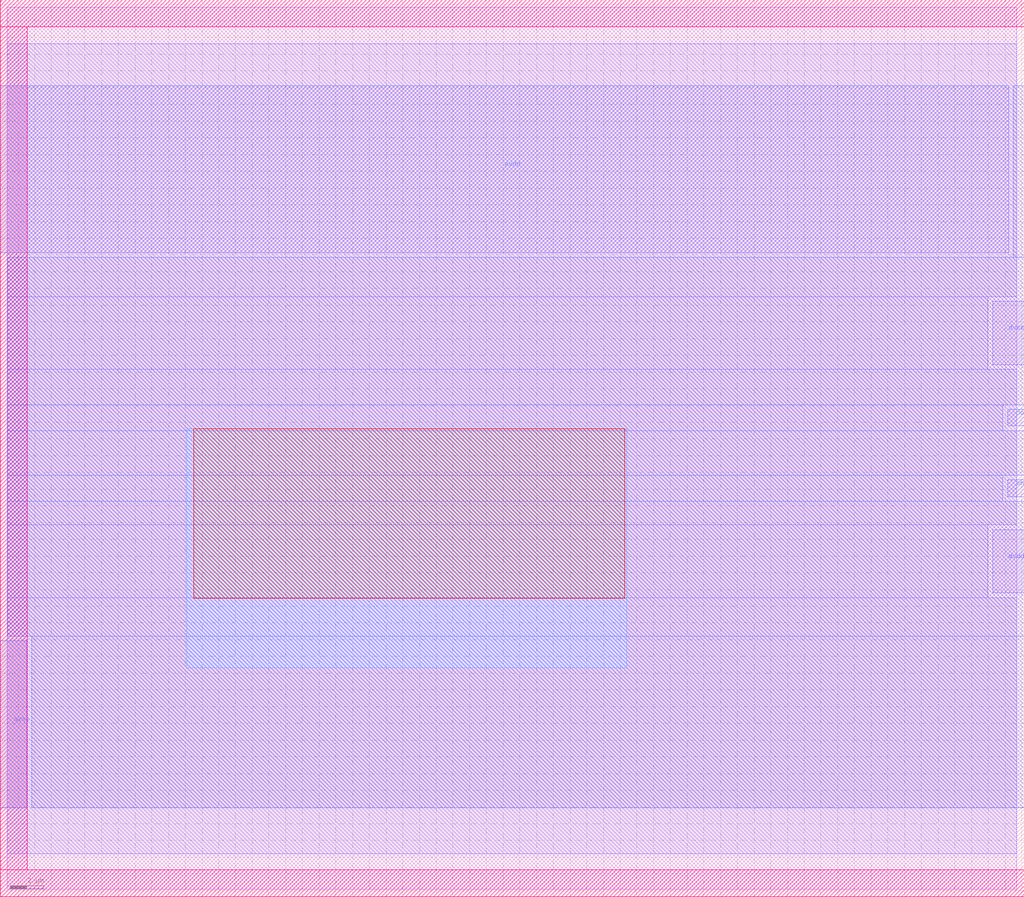
<source format=lef>
VERSION 5.7 ;
  NOWIREEXTENSIONATPIN ON ;
  DIVIDERCHAR "/" ;
  BUSBITCHARS "[]" ;
MACRO sky130_ef_ip__rc_osc_500k
  CLASS BLOCK ;
  FOREIGN sky130_ef_ip__rc_osc_500k ;
  ORIGIN -21.940 28.370 ;
  SIZE 61.210 BY 53.620 ;
  PIN avdd
    ANTENNADIFFAREA 148.310989 ;
    PORT
      LAYER met2 ;
        RECT 21.940 10.135 82.210 20.105 ;
    END
  END avdd
  PIN avss
    ANTENNADIFFAREA 114.014595 ;
    PORT
      LAYER met2 ;
        RECT 21.940 -23.030 23.535 -13.060 ;
    END
  END avss
  PIN dvss
    ANTENNADIFFAREA 6.628900 ;
    PORT
      LAYER met1 ;
        RECT 81.260 3.450 83.150 7.235 ;
    END
  END dvss
  PIN dvdd
    ANTENNADIFFAREA 4.280700 ;
    PORT
      LAYER met1 ;
        RECT 81.260 -10.200 83.150 -6.415 ;
    END
  END dvdd
  PIN ena
    ANTENNAGATEAREA 0.858000 ;
    ANTENNADIFFAREA 0.202500 ;
    PORT
      LAYER met2 ;
        RECT 82.150 -4.440 83.150 -3.440 ;
    END
  END ena
  PIN dout
    ANTENNADIFFAREA 0.556800 ;
    PORT
      LAYER met2 ;
        RECT 82.150 -0.220 83.150 0.780 ;
    END
  END dout
  OBS
      LAYER nwell ;
        RECT 21.940 23.640 83.150 25.250 ;
        RECT 21.940 -26.760 23.550 23.640 ;
        RECT 21.940 -28.370 83.150 -26.760 ;
      LAYER li1 ;
        RECT 22.370 -27.905 82.695 24.810 ;
      LAYER met1 ;
        RECT 22.370 7.515 82.700 22.630 ;
        RECT 22.370 3.170 80.980 7.515 ;
        RECT 22.370 -6.135 82.700 3.170 ;
        RECT 22.370 -10.480 80.980 -6.135 ;
        RECT 22.370 -25.780 82.700 -10.480 ;
      LAYER met2 ;
        RECT 82.490 9.855 83.150 20.110 ;
        RECT 22.400 1.060 83.150 9.855 ;
        RECT 22.400 -0.500 81.870 1.060 ;
        RECT 22.400 -3.160 83.150 -0.500 ;
        RECT 22.400 -4.720 81.870 -3.160 ;
        RECT 22.400 -12.780 83.150 -4.720 ;
        RECT 23.815 -23.030 83.150 -12.780 ;
      LAYER met3 ;
        RECT 33.100 -14.690 59.375 -0.385 ;
      LAYER met4 ;
        RECT 33.495 -10.520 59.275 -0.380 ;
  END
END sky130_ef_ip__rc_osc_500k
END LIBRARY


</source>
